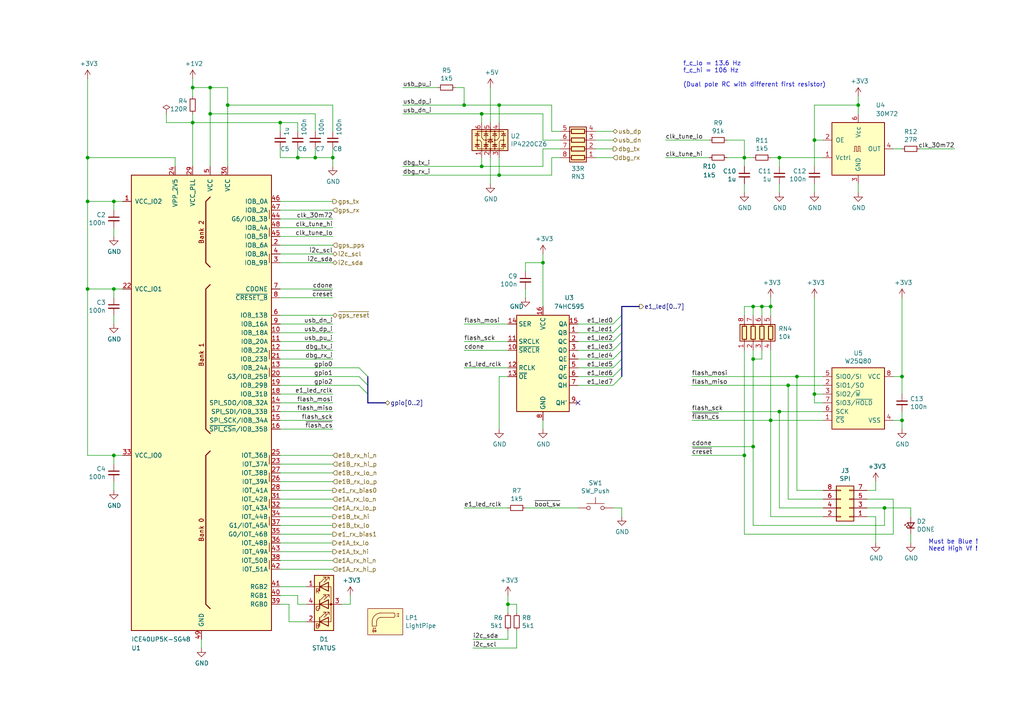
<source format=kicad_sch>
(kicad_sch (version 20211123) (generator eeschema)
  (paper "A4")
  (title_block (title "icE1usb - FPGA and related digital") (date "2022-09-05") (rev "1.1") (comment 1 "CERN-OHL-S") (comment 2 "(C) 2020-2022 Sylvain Munaut"))
  (lib_symbols
    (symbol "74xx:74HC595"
      (property "Reference" "U" (at -7.62 13.97 0))
      (property "Value" "74HC595" (at -7.62 -16.51 0))
      (symbol "74HC595_1_0"
        (pin tri_state line (at 10.16 7.62 180) (length 2.54) (name "QB") (number "1"))
        (pin input line (at -10.16 2.54 0) (length 2.54) (name "~{SRCLR}") (number "10"))
        (pin input line (at -10.16 5.08 0) (length 2.54) (name "SRCLK") (number "11"))
        (pin input line (at -10.16 -2.54 0) (length 2.54) (name "RCLK") (number "12"))
        (pin input line (at -10.16 -5.08 0) (length 2.54) (name "~{OE}") (number "13"))
        (pin input line (at -10.16 10.16 0) (length 2.54) (name "SER") (number "14"))
        (pin tri_state line (at 10.16 10.16 180) (length 2.54) (name "QA") (number "15"))
        (pin power_in line (at 0 15.24 270) (length 2.54) (name "VCC") (number "16"))
        (pin tri_state line (at 10.16 5.08 180) (length 2.54) (name "QC") (number "2"))
        (pin tri_state line (at 10.16 2.54 180) (length 2.54) (name "QD") (number "3"))
        (pin tri_state line (at 10.16 0 180) (length 2.54) (name "QE") (number "4"))
        (pin tri_state line (at 10.16 -2.54 180) (length 2.54) (name "QF") (number "5"))
        (pin tri_state line (at 10.16 -5.08 180) (length 2.54) (name "QG") (number "6"))
        (pin tri_state line (at 10.16 -7.62 180) (length 2.54) (name "QH") (number "7"))
        (pin power_in line (at 0 -17.78 90) (length 2.54) (name "GND") (number "8"))
        (pin output line (at 10.16 -12.7 180) (length 2.54) (name "QH'") (number "9"))
      )
    )
    (symbol "Connector_Generic:Conn_02x04_Odd_Even" (pin_names (offset 1.016) hide)
      (property "Reference" "J" (at 1.27 5.08 0))
      (property "Value" "Conn_02x04_Odd_Even" (at 1.27 -7.62 0))
      (symbol "Conn_02x04_Odd_Even_1_1"
        (pin passive line (at -5.08 2.54 0) (length 3.81) (name "Pin_1") (number "1"))
        (pin passive line (at 7.62 2.54 180) (length 3.81) (name "Pin_2") (number "2"))
        (pin passive line (at -5.08 0 0) (length 3.81) (name "Pin_3") (number "3"))
        (pin passive line (at 7.62 0 180) (length 3.81) (name "Pin_4") (number "4"))
        (pin passive line (at -5.08 -2.54 0) (length 3.81) (name "Pin_5") (number "5"))
        (pin passive line (at 7.62 -2.54 180) (length 3.81) (name "Pin_6") (number "6"))
        (pin passive line (at -5.08 -5.08 0) (length 3.81) (name "Pin_7") (number "7"))
        (pin passive line (at 7.62 -5.08 180) (length 3.81) (name "Pin_8") (number "8"))
      )
    )
    (symbol "Device:C_Small" (pin_numbers hide) (pin_names (offset 0.254) hide)
      (property "Reference" "C" (at 0.254 1.778 0))
      (property "Value" "C_Small" (at 0.254 -2.032 0))
      (symbol "C_Small_1_1"
        (pin passive line (at 0 2.54 270) (length 2.032) (name "~") (number "1"))
        (pin passive line (at 0 -2.54 90) (length 2.032) (name "~") (number "2"))
      )
    )
    (symbol "Device:LED_Small" (pin_numbers hide) (pin_names (offset 0.254) hide)
      (property "Reference" "D" (at -1.27 3.175 0))
      (property "Value" "LED_Small" (at -4.445 -2.54 0))
      (symbol "LED_Small_1_1"
        (pin passive line (at -2.54 0 0) (length 1.778) (name "K") (number "1"))
        (pin passive line (at 2.54 0 180) (length 1.778) (name "A") (number "2"))
      )
    )
    (symbol "Device:R_Pack04" (pin_names (offset 0) hide)
      (property "Reference" "RN" (at -7.62 0 90))
      (property "Value" "R_Pack04" (at 5.08 0 90))
      (symbol "R_Pack04_1_1"
        (pin passive line (at -5.08 -5.08 90) (length 2.54) (name "R1.1") (number "1"))
        (pin passive line (at -2.54 -5.08 90) (length 2.54) (name "R2.1") (number "2"))
        (pin passive line (at 0 -5.08 90) (length 2.54) (name "R3.1") (number "3"))
        (pin passive line (at 2.54 -5.08 90) (length 2.54) (name "R4.1") (number "4"))
        (pin passive line (at 2.54 5.08 270) (length 2.54) (name "R4.2") (number "5"))
        (pin passive line (at 0 5.08 270) (length 2.54) (name "R3.2") (number "6"))
        (pin passive line (at -2.54 5.08 270) (length 2.54) (name "R2.2") (number "7"))
        (pin passive line (at -5.08 5.08 270) (length 2.54) (name "R1.2") (number "8"))
      )
    )
    (symbol "Device:R_Small" (pin_numbers hide) (pin_names (offset 0.254) hide)
      (property "Reference" "R" (at 0.762 0.508 0))
      (property "Value" "R_Small" (at 0.762 -1.016 0))
      (symbol "R_Small_1_1"
        (pin passive line (at 0 2.54 270) (length 0.762) (name "~") (number "1"))
        (pin passive line (at 0 -2.54 90) (length 0.762) (name "~") (number "2"))
      )
    )
    (symbol "Switch:SW_Push" (pin_numbers hide) (pin_names (offset 1.016) hide)
      (property "Reference" "SW" (at 1.27 2.54 0))
      (property "Value" "SW_Push" (at 0 -1.524 0))
      (symbol "SW_Push_0_1"
        (pin passive line (at -5.08 0 0) (length 2.54) (name "1") (number "1"))
        (pin passive line (at 5.08 0 180) (length 2.54) (name "2") (number "2"))
      )
    )
    (symbol "power:+1V2" (power) (pin_names (offset 0))
      (property "Value" "+1V2" (at 0 3.556 0))
      (symbol "+1V2_1_1"
        (pin power_in line (at 0 0 90) (length 0) hide (name "+1V2") (number "1"))
      )
    )
    (symbol "power:+3V3" (power) (pin_names (offset 0))
      (property "Value" "+3V3" (at 0 3.556 0))
      (symbol "+3V3_1_1"
        (pin power_in line (at 0 0 90) (length 0) hide (name "+3V3") (number "1"))
      )
    )
    (symbol "power:+5V" (power) (pin_names (offset 0))
      (property "Value" "+5V" (at 0 3.556 0))
      (symbol "+5V_1_1"
        (pin power_in line (at 0 0 90) (length 0) hide (name "+5V") (number "1"))
      )
    )
    (symbol "power:GND" (power) (pin_names (offset 0))
      (property "Value" "GND" (at 0 -3.81 0))
      (symbol "GND_1_1"
        (pin power_in line (at 0 0 270) (length 0) hide (name "GND") (number "1"))
      )
    )
    (symbol "power:PWR_FLAG" (power) (pin_numbers hide) (pin_names (offset 0) hide)
      (property "Value" "PWR_FLAG" (at 0 3.81 0))
      (symbol "PWR_FLAG_0_0"
        (pin power_out line (at 0 0 90) (length 0) (name "pwr") (number "1"))
      )
    )
    (symbol "s47-chips:ICE40UP5K-SG48" (pin_names (offset 1.016))
      (property "Reference" "U" (at -27.94 71.12 0))
      (property "Value" "s47-chips_ICE40UP5K-SG48" (at -27.94 68.58 0))
      (symbol "ICE40UP5K-SG48_0_0"
        (text "Bank 0" (at 0 -36.83 900) (effects (font (size 1.27 1.27))))
        (text "Bank 0" (at 0 -36.83 900) (effects (font (size 1.27 1.27))))
        (text "Bank 1" (at 0 13.97 900) (effects (font (size 1.27 1.27))))
        (text "Bank 1" (at 0 13.97 900) (effects (font (size 1.27 1.27))))
        (text "Bank 2" (at 0 49.53 900) (effects (font (size 1.27 1.27))))
        (text "Bank 2" (at 0 49.53 900) (effects (font (size 1.27 1.27))))
      )
      (symbol "ICE40UP5K-SG48_1_1"
        (pin power_in line (at -22.86 58.42 0) (length 2.54) (name "VCC_IO2") (number "1"))
        (pin bidirectional line (at 22.86 20.32 180) (length 2.54) (name "IOB_18A") (number "10"))
        (pin bidirectional line (at 22.86 17.78 180) (length 2.54) (name "IOB_20A") (number "11"))
        (pin bidirectional line (at 22.86 15.24 180) (length 2.54) (name "IOB_22A") (number "12"))
        (pin bidirectional line (at 22.86 10.16 180) (length 2.54) (name "IOB_24A") (number "13"))
        (pin bidirectional line (at 22.86 0 180) (length 2.54) (name "SPI_SDO/IOB_32A") (number "14"))
        (pin bidirectional line (at 22.86 -5.08 180) (length 2.54) (name "SPI_SCK/IOB_34A") (number "15"))
        (pin bidirectional line (at 22.86 -7.62 180) (length 2.54) (name "~{SPI_CSn}/IOB_35B") (number "16"))
        (pin bidirectional line (at 22.86 -2.54 180) (length 2.54) (name "SPI_SDI/IOB_33B") (number "17"))
        (pin bidirectional line (at 22.86 2.54 180) (length 2.54) (name "IOB_31B") (number "18"))
        (pin bidirectional line (at 22.86 5.08 180) (length 2.54) (name "IOB_29B") (number "19"))
        (pin bidirectional line (at 22.86 45.72 180) (length 2.54) (name "IOB_6A") (number "2"))
        (pin bidirectional line (at 22.86 7.62 180) (length 2.54) (name "G3/IOB_25B") (number "20"))
        (pin bidirectional line (at 22.86 12.7 180) (length 2.54) (name "IOB_23B") (number "21"))
        (pin power_in line (at -22.86 33.02 0) (length 2.54) (name "VCC_IO1") (number "22"))
        (pin bidirectional line (at 22.86 -17.78 180) (length 2.54) (name "IOT_37A") (number "23"))
        (pin power_in line (at -7.62 68.58 270) (length 2.54) (name "VPP_2V5") (number "24"))
        (pin bidirectional line (at 22.86 -15.24 180) (length 2.54) (name "IOT_36B") (number "25"))
        (pin bidirectional line (at 22.86 -22.86 180) (length 2.54) (name "IOT_39A") (number "26"))
        (pin bidirectional line (at 22.86 -20.32 180) (length 2.54) (name "IOT_38B") (number "27"))
        (pin bidirectional line (at 22.86 -25.4 180) (length 2.54) (name "IOT_41A") (number "28"))
        (pin power_in line (at -2.54 68.58 270) (length 2.54) (name "VCC_PLL") (number "29"))
        (pin bidirectional line (at 22.86 40.64 180) (length 2.54) (name "IOB_9B") (number "3"))
        (pin power_in line (at 7.62 68.58 270) (length 2.54) (name "VCC") (number "30"))
        (pin bidirectional line (at 22.86 -27.94 180) (length 2.54) (name "IOT_42B") (number "31"))
        (pin bidirectional line (at 22.86 -30.48 180) (length 2.54) (name "IOT_43A") (number "32"))
        (pin power_in line (at -22.86 -15.24 0) (length 2.54) (name "VCC_IO0") (number "33"))
        (pin bidirectional line (at 22.86 -33.02 180) (length 2.54) (name "IOT_44B") (number "34"))
        (pin bidirectional line (at 22.86 -38.1 180) (length 2.54) (name "G0/IOT_46B") (number "35"))
        (pin bidirectional line (at 22.86 -40.64 180) (length 2.54) (name "IOT_48B") (number "36"))
        (pin bidirectional line (at 22.86 -35.56 180) (length 2.54) (name "G1/IOT_45A") (number "37"))
        (pin bidirectional line (at 22.86 -45.72 180) (length 2.54) (name "IOT_50B") (number "38"))
        (pin open_collector line (at 22.86 -58.42 180) (length 2.54) (name "RGB0") (number "39"))
        (pin bidirectional line (at 22.86 43.18 180) (length 2.54) (name "IOB_8A") (number "4"))
        (pin open_collector line (at 22.86 -55.88 180) (length 2.54) (name "RGB1") (number "40"))
        (pin open_collector line (at 22.86 -53.34 180) (length 2.54) (name "RGB2") (number "41"))
        (pin bidirectional line (at 22.86 -48.26 180) (length 2.54) (name "IOT_51A") (number "42"))
        (pin bidirectional line (at 22.86 -43.18 180) (length 2.54) (name "IOT_49A") (number "43"))
        (pin bidirectional line (at 22.86 53.34 180) (length 2.54) (name "G6/IOB_3B") (number "44"))
        (pin bidirectional line (at 22.86 48.26 180) (length 2.54) (name "IOB_5B") (number "45"))
        (pin bidirectional line (at 22.86 58.42 180) (length 2.54) (name "IOB_0A") (number "46"))
        (pin bidirectional line (at 22.86 55.88 180) (length 2.54) (name "IOB_2A") (number "47"))
        (pin bidirectional line (at 22.86 50.8 180) (length 2.54) (name "IOB_4A") (number "48"))
        (pin power_in line (at 0 -68.58 90) (length 2.54) (name "GND") (number "49"))
        (pin power_in line (at 2.54 68.58 270) (length 2.54) (name "VCC") (number "5"))
        (pin bidirectional line (at 22.86 25.4 180) (length 2.54) (name "IOB_13B") (number "6"))
        (pin open_collector line (at 22.86 33.02 180) (length 2.54) (name "CDONE") (number "7"))
        (pin input line (at 22.86 30.48 180) (length 2.54) (name "~{CRESET_B}") (number "8"))
        (pin bidirectional line (at 22.86 22.86 180) (length 2.54) (name "IOB_16A") (number "9"))
      )
    )
    (symbol "s47-chips:IP4220CZ6"
      (property "Reference" "U" (at -6.985 -2.54 0))
      (property "Value" "s47-chips_IP4220CZ6" (at 6.35 1.27 90))
      (symbol "IP4220CZ6_1_1"
        (pin passive line (at -2.54 -5.08 90) (length 2.54) (name "~") (number "1"))
        (pin passive line (at 0 -5.08 90) (length 2.54) (name "~") (number "2"))
        (pin passive line (at 2.54 -5.08 90) (length 2.54) (name "~") (number "3"))
        (pin passive line (at 2.54 5.08 270) (length 2.54) (name "~") (number "4"))
        (pin passive line (at 0 5.08 270) (length 2.54) (name "~") (number "5"))
        (pin passive line (at -2.54 5.08 270) (length 2.54) (name "~") (number "6"))
      )
    )
    (symbol "s47-chips:SPI_FLASH_8P" (pin_names (offset 1.016))
      (property "Reference" "U" (at -7.62 11.43 0))
      (property "Value" "s47-chips_SPI_FLASH_8P" (at -7.62 8.89 0))
      (symbol "SPI_FLASH_8P_1_1"
        (pin input line (at -10.16 -7.62 0) (length 2.54) (name "~{CS}") (number "1"))
        (pin bidirectional line (at -10.16 2.54 0) (length 2.54) (name "SIO1/SO") (number "2"))
        (pin bidirectional line (at -10.16 0 0) (length 2.54) (name "SIO2/~{W}") (number "3"))
        (pin power_in line (at 10.16 -7.62 180) (length 2.54) (name "VSS") (number "4"))
        (pin bidirectional line (at -10.16 5.08 0) (length 2.54) (name "SIO0/SI") (number "5"))
        (pin input line (at -10.16 -5.08 0) (length 2.54) (name "SCK") (number "6"))
        (pin bidirectional line (at -10.16 -2.54 0) (length 2.54) (name "SIO3/~{HOLD}") (number "7"))
        (pin power_in line (at 10.16 5.08 180) (length 2.54) (name "VCC") (number "8"))
      )
    )
    (symbol "s47-device:LED_RBAG" (pin_names (offset 0) hide)
      (property "Reference" "D" (at 0 9.398 0))
      (property "Value" "s47-device_LED_RBAG" (at 0 -8.89 0))
      (symbol "LED_RBAG_0_0"
        (text "B" (at -1.905 -6.35 0) (effects (font (size 1.27 1.27))))
        (text "G" (at -1.905 -1.27 0) (effects (font (size 1.27 1.27))))
        (text "R" (at -1.905 3.81 0) (effects (font (size 1.27 1.27))))
      )
      (symbol "LED_RBAG_1_1"
        (pin passive line (at -5.08 5.08 0) (length 2.54) (name "RK") (number "1"))
        (pin passive line (at -5.08 -5.08 0) (length 2.54) (name "BK") (number "2"))
        (pin passive line (at 5.08 0 180) (length 2.54) (name "A") (number "3"))
        (pin passive line (at -5.08 0 0) (length 2.54) (name "GK") (number "4"))
      )
    )
    (symbol "s47-device:VCXO_6_TUNE_OE" (pin_names (offset 1.016))
      (property "Reference" "U" (at 1.27 11.43 0))
      (property "Value" "s47-device_VCXO_6_TUNE_OE" (at 1.27 8.89 0))
      (symbol "VCXO_6_TUNE_OE_1_1"
        (pin input line (at -10.16 -2.54 0) (length 2.54) (name "Vctrl") (number "1"))
        (pin input line (at -10.16 2.54 0) (length 2.54) (name "OE") (number "2"))
        (pin power_in line (at 0 -10.16 90) (length 2.54) (name "GND") (number "3"))
        (pin output line (at 10.16 0 180) (length 2.54) (name "OUT") (number "4"))
        (pin power_in line (at 0 10.16 270) (length 2.54) (name "Vcc") (number "6"))
      )
    )
    (symbol "s47-misc:LightPipe" (pin_names (offset 1.016))
      (property "Reference" "LP" (at 0 5.08 0))
      (property "Value" "s47-misc_LightPipe" (at 0 -5.08 0))
    )
  )
  (junction (at 96.52 45.72))
  (junction (at 25.4 58.42))
  (junction (at 236.22 40.64))
  (junction (at 33.02 83.82))
  (junction (at 231.14 109.22))
  (junction (at 66.04 30.48))
  (junction (at 86.36 45.72))
  (junction (at 218.44 129.54))
  (junction (at 226.06 45.72))
  (junction (at 218.44 88.9))
  (junction (at 55.88 25.4))
  (junction (at 256.54 147.32))
  (junction (at 144.78 30.48))
  (junction (at 228.6 111.76))
  (junction (at 25.4 83.82))
  (junction (at 25.4 45.72))
  (junction (at 157.48 76.2))
  (junction (at 261.62 121.92))
  (junction (at 55.88 35.56))
  (junction (at 223.52 88.9))
  (junction (at 134.62 30.48))
  (junction (at 60.96 33.02))
  (junction (at 147.32 175.26))
  (junction (at 81.28 35.56))
  (junction (at 236.22 114.3))
  (junction (at 33.02 132.08))
  (junction (at 33.02 58.42))
  (junction (at 220.98 88.9))
  (junction (at 261.62 109.22))
  (junction (at 139.7 33.02))
  (junction (at 218.44 104.14))
  (junction (at 226.06 119.38))
  (junction (at 144.78 50.8))
  (junction (at 91.44 45.72))
  (junction (at 60.96 25.4))
  (junction (at 139.7 48.26))
  (junction (at 223.52 121.92))
  (junction (at 215.9 132.08))
  (junction (at 215.9 45.72))
  (junction (at 248.92 30.48))
  (no_connect (at 167.64 116.84))
  (bus_entry (at 177.8 96.52) (size 2.54 -2.54))
  (bus_entry (at 104.14 106.68) (size 2.54 2.54))
  (bus_entry (at 177.8 93.98) (size 2.54 -2.54))
  (bus_entry (at 177.8 106.68) (size 2.54 -2.54))
  (bus_entry (at 177.8 109.22) (size 2.54 -2.54))
  (bus_entry (at 104.14 109.22) (size 2.54 2.54))
  (bus_entry (at 177.8 104.14) (size 2.54 -2.54))
  (bus_entry (at 177.8 99.06) (size 2.54 -2.54))
  (bus_entry (at 104.14 111.76) (size 2.54 2.54))
  (bus_entry (at 177.8 101.6) (size 2.54 -2.54))
  (bus_entry (at 177.8 111.76) (size 2.54 -2.54))
  (wire (pts (xy 96.52 139.7) (xy 81.28 139.7)))
  (wire (pts (xy 220.98 88.9) (xy 223.52 88.9)))
  (wire (pts (xy 81.28 160.02) (xy 96.52 160.02)))
  (bus (pts (xy 180.34 101.6) (xy 180.34 104.14)))
  (wire (pts (xy 81.28 111.76) (xy 104.14 111.76)))
  (wire (pts (xy 55.88 22.86) (xy 55.88 25.4)))
  (wire (pts (xy 66.04 30.48) (xy 66.04 48.26)))
  (wire (pts (xy 81.28 106.68) (xy 104.14 106.68)))
  (wire (pts (xy 137.16 185.42) (xy 147.32 185.42)))
  (wire (pts (xy 58.42 187.96) (xy 58.42 185.42)))
  (wire (pts (xy 48.26 33.02) (xy 48.26 35.56)))
  (wire (pts (xy 25.4 83.82) (xy 33.02 83.82)))
  (wire (pts (xy 215.9 45.72) (xy 215.9 48.26)))
  (wire (pts (xy 215.9 53.34) (xy 215.9 55.88)))
  (wire (pts (xy 81.28 152.4) (xy 96.52 152.4)))
  (wire (pts (xy 180.34 147.32) (xy 180.34 149.86)))
  (wire (pts (xy 96.52 45.72) (xy 96.52 48.26)))
  (bus (pts (xy 180.34 88.9) (xy 180.34 91.44)))
  (wire (pts (xy 205.74 40.64) (xy 193.04 40.64)))
  (bus (pts (xy 180.34 104.14) (xy 180.34 106.68)))
  (wire (pts (xy 220.98 101.6) (xy 220.98 104.14)))
  (wire (pts (xy 248.92 53.34) (xy 248.92 55.88)))
  (wire (pts (xy 226.06 53.34) (xy 226.06 55.88)))
  (wire (pts (xy 81.28 116.84) (xy 96.52 116.84)))
  (wire (pts (xy 251.46 149.86) (xy 254 149.86)))
  (bus (pts (xy 180.34 96.52) (xy 180.34 99.06)))
  (wire (pts (xy 139.7 35.56) (xy 139.7 33.02)))
  (wire (pts (xy 238.76 121.92) (xy 223.52 121.92)))
  (wire (pts (xy 33.02 91.44) (xy 33.02 93.98)))
  (wire (pts (xy 215.9 154.94) (xy 259.08 154.94)))
  (wire (pts (xy 167.64 99.06) (xy 177.8 99.06)))
  (wire (pts (xy 25.4 58.42) (xy 25.4 83.82)))
  (wire (pts (xy 248.92 30.48) (xy 248.92 33.02)))
  (wire (pts (xy 226.06 147.32) (xy 226.06 119.38)))
  (wire (pts (xy 264.16 154.94) (xy 264.16 157.48)))
  (wire (pts (xy 261.62 109.22) (xy 261.62 114.3)))
  (wire (pts (xy 81.28 149.86) (xy 96.52 149.86)))
  (wire (pts (xy 25.4 83.82) (xy 25.4 132.08)))
  (wire (pts (xy 167.64 106.68) (xy 177.8 106.68)))
  (wire (pts (xy 132.08 25.4) (xy 134.62 25.4)))
  (wire (pts (xy 81.28 134.62) (xy 96.52 134.62)))
  (wire (pts (xy 35.56 58.42) (xy 33.02 58.42)))
  (bus (pts (xy 106.68 116.84) (xy 111.76 116.84)))
  (wire (pts (xy 91.44 38.1) (xy 91.44 33.02)))
  (wire (pts (xy 86.36 43.18) (xy 86.36 45.72)))
  (wire (pts (xy 218.44 129.54) (xy 218.44 152.4)))
  (wire (pts (xy 248.92 27.94) (xy 248.92 30.48)))
  (wire (pts (xy 172.72 45.72) (xy 177.8 45.72)))
  (wire (pts (xy 83.82 175.26) (xy 83.82 180.34)))
  (wire (pts (xy 160.02 30.48) (xy 144.78 30.48)))
  (wire (pts (xy 81.28 114.3) (xy 96.52 114.3)))
  (wire (pts (xy 144.78 109.22) (xy 147.32 109.22)))
  (wire (pts (xy 81.28 76.2) (xy 96.52 76.2)))
  (wire (pts (xy 81.28 119.38) (xy 96.52 119.38)))
  (wire (pts (xy 200.66 129.54) (xy 218.44 129.54)))
  (wire (pts (xy 96.52 144.78) (xy 81.28 144.78)))
  (wire (pts (xy 228.6 144.78) (xy 228.6 111.76)))
  (wire (pts (xy 116.84 30.48) (xy 134.62 30.48)))
  (wire (pts (xy 35.56 83.82) (xy 33.02 83.82)))
  (wire (pts (xy 55.88 25.4) (xy 55.88 27.94)))
  (wire (pts (xy 231.14 142.24) (xy 231.14 109.22)))
  (wire (pts (xy 81.28 58.42) (xy 96.52 58.42)))
  (wire (pts (xy 81.28 91.44) (xy 96.52 91.44)))
  (wire (pts (xy 81.28 121.92) (xy 96.52 121.92)))
  (wire (pts (xy 86.36 175.26) (xy 88.9 175.26)))
  (wire (pts (xy 256.54 147.32) (xy 251.46 147.32)))
  (wire (pts (xy 96.52 63.5) (xy 81.28 63.5)))
  (wire (pts (xy 81.28 45.72) (xy 86.36 45.72)))
  (wire (pts (xy 81.28 86.36) (xy 96.52 86.36)))
  (wire (pts (xy 215.9 91.44) (xy 215.9 88.9)))
  (wire (pts (xy 81.28 66.04) (xy 96.52 66.04)))
  (wire (pts (xy 218.44 45.72) (xy 215.9 45.72)))
  (wire (pts (xy 238.76 40.64) (xy 236.22 40.64)))
  (wire (pts (xy 96.52 38.1) (xy 96.52 30.48)))
  (wire (pts (xy 147.32 172.72) (xy 147.32 175.26)))
  (wire (pts (xy 81.28 73.66) (xy 96.52 73.66)))
  (wire (pts (xy 259.08 154.94) (xy 259.08 144.78)))
  (wire (pts (xy 160.02 50.8) (xy 144.78 50.8)))
  (wire (pts (xy 25.4 45.72) (xy 25.4 58.42)))
  (wire (pts (xy 144.78 124.46) (xy 144.78 109.22)))
  (bus (pts (xy 180.34 99.06) (xy 180.34 101.6)))
  (wire (pts (xy 264.16 149.86) (xy 264.16 147.32)))
  (wire (pts (xy 101.6 172.72) (xy 101.6 175.26)))
  (wire (pts (xy 218.44 104.14) (xy 218.44 129.54)))
  (wire (pts (xy 259.08 109.22) (xy 261.62 109.22)))
  (wire (pts (xy 116.84 50.8) (xy 144.78 50.8)))
  (wire (pts (xy 96.52 137.16) (xy 81.28 137.16)))
  (wire (pts (xy 81.28 157.48) (xy 96.52 157.48)))
  (wire (pts (xy 50.8 48.26) (xy 50.8 45.72)))
  (wire (pts (xy 238.76 119.38) (xy 226.06 119.38)))
  (wire (pts (xy 236.22 30.48) (xy 236.22 40.64)))
  (wire (pts (xy 83.82 180.34) (xy 88.9 180.34)))
  (wire (pts (xy 33.02 139.7) (xy 33.02 142.24)))
  (wire (pts (xy 215.9 45.72) (xy 210.82 45.72)))
  (wire (pts (xy 167.64 109.22) (xy 177.8 109.22)))
  (wire (pts (xy 33.02 58.42) (xy 25.4 58.42)))
  (wire (pts (xy 81.28 83.82) (xy 96.52 83.82)))
  (wire (pts (xy 139.7 33.02) (xy 157.48 33.02)))
  (wire (pts (xy 55.88 25.4) (xy 60.96 25.4)))
  (wire (pts (xy 144.78 45.72) (xy 144.78 50.8)))
  (wire (pts (xy 25.4 22.86) (xy 25.4 45.72)))
  (wire (pts (xy 162.56 45.72) (xy 160.02 45.72)))
  (wire (pts (xy 218.44 101.6) (xy 218.44 104.14)))
  (wire (pts (xy 91.44 43.18) (xy 91.44 45.72)))
  (wire (pts (xy 215.9 132.08) (xy 215.9 154.94)))
  (wire (pts (xy 238.76 111.76) (xy 228.6 111.76)))
  (wire (pts (xy 157.48 76.2) (xy 157.48 88.9)))
  (wire (pts (xy 81.28 175.26) (xy 83.82 175.26)))
  (bus (pts (xy 106.68 111.76) (xy 106.68 114.3)))
  (wire (pts (xy 139.7 45.72) (xy 139.7 48.26)))
  (wire (pts (xy 55.88 33.02) (xy 55.88 35.56)))
  (wire (pts (xy 236.22 116.84) (xy 238.76 116.84)))
  (wire (pts (xy 157.48 48.26) (xy 157.48 43.18)))
  (wire (pts (xy 223.52 121.92) (xy 200.66 121.92)))
  (wire (pts (xy 81.28 35.56) (xy 81.28 38.1)))
  (wire (pts (xy 81.28 68.58) (xy 96.52 68.58)))
  (wire (pts (xy 157.48 33.02) (xy 157.48 40.64)))
  (wire (pts (xy 66.04 25.4) (xy 66.04 30.48)))
  (wire (pts (xy 147.32 147.32) (xy 134.62 147.32)))
  (wire (pts (xy 238.76 147.32) (xy 226.06 147.32)))
  (wire (pts (xy 177.8 43.18) (xy 172.72 43.18)))
  (wire (pts (xy 147.32 93.98) (xy 134.62 93.98)))
  (wire (pts (xy 226.06 45.72) (xy 226.06 48.26)))
  (wire (pts (xy 256.54 152.4) (xy 256.54 147.32)))
  (bus (pts (xy 180.34 88.9) (xy 185.42 88.9)))
  (wire (pts (xy 276.86 43.18) (xy 266.7 43.18)))
  (wire (pts (xy 238.76 45.72) (xy 226.06 45.72)))
  (wire (pts (xy 160.02 45.72) (xy 160.02 50.8)))
  (wire (pts (xy 264.16 147.32) (xy 256.54 147.32)))
  (wire (pts (xy 215.9 88.9) (xy 218.44 88.9)))
  (wire (pts (xy 167.64 93.98) (xy 177.8 93.98)))
  (wire (pts (xy 81.28 93.98) (xy 96.52 93.98)))
  (wire (pts (xy 228.6 111.76) (xy 200.66 111.76)))
  (wire (pts (xy 86.36 172.72) (xy 86.36 175.26)))
  (wire (pts (xy 157.48 40.64) (xy 162.56 40.64)))
  (wire (pts (xy 226.06 45.72) (xy 223.52 45.72)))
  (wire (pts (xy 96.52 162.56) (xy 81.28 162.56)))
  (wire (pts (xy 236.22 114.3) (xy 236.22 116.84)))
  (wire (pts (xy 81.28 170.18) (xy 88.9 170.18)))
  (wire (pts (xy 220.98 104.14) (xy 218.44 104.14)))
  (wire (pts (xy 60.96 25.4) (xy 60.96 33.02)))
  (wire (pts (xy 127 25.4) (xy 116.84 25.4)))
  (wire (pts (xy 236.22 86.36) (xy 236.22 114.3)))
  (wire (pts (xy 147.32 185.42) (xy 147.32 182.88)))
  (bus (pts (xy 106.68 109.22) (xy 106.68 111.76)))
  (wire (pts (xy 248.92 30.48) (xy 236.22 30.48)))
  (wire (pts (xy 215.9 40.64) (xy 215.9 45.72)))
  (wire (pts (xy 142.24 45.72) (xy 142.24 53.34)))
  (wire (pts (xy 259.08 121.92) (xy 261.62 121.92)))
  (wire (pts (xy 149.86 187.96) (xy 149.86 182.88)))
  (wire (pts (xy 147.32 175.26) (xy 149.86 175.26)))
  (bus (pts (xy 180.34 106.68) (xy 180.34 109.22)))
  (bus (pts (xy 180.34 93.98) (xy 180.34 96.52)))
  (wire (pts (xy 81.28 154.94) (xy 96.52 154.94)))
  (wire (pts (xy 81.28 96.52) (xy 96.52 96.52)))
  (wire (pts (xy 33.02 58.42) (xy 33.02 60.96)))
  (wire (pts (xy 137.16 187.96) (xy 149.86 187.96)))
  (wire (pts (xy 86.36 45.72) (xy 91.44 45.72)))
  (wire (pts (xy 116.84 48.26) (xy 139.7 48.26)))
  (wire (pts (xy 215.9 101.6) (xy 215.9 132.08)))
  (wire (pts (xy 147.32 99.06) (xy 134.62 99.06)))
  (wire (pts (xy 147.32 106.68) (xy 134.62 106.68)))
  (wire (pts (xy 238.76 114.3) (xy 236.22 114.3)))
  (wire (pts (xy 259.08 144.78) (xy 251.46 144.78)))
  (wire (pts (xy 35.56 132.08) (xy 33.02 132.08)))
  (bus (pts (xy 180.34 91.44) (xy 180.34 93.98)))
  (wire (pts (xy 193.04 45.72) (xy 205.74 45.72)))
  (wire (pts (xy 81.28 104.14) (xy 96.52 104.14)))
  (wire (pts (xy 261.62 121.92) (xy 261.62 124.46)))
  (wire (pts (xy 81.28 35.56) (xy 55.88 35.56)))
  (wire (pts (xy 116.84 33.02) (xy 139.7 33.02)))
  (wire (pts (xy 167.64 104.14) (xy 177.8 104.14)))
  (wire (pts (xy 167.64 96.52) (xy 177.8 96.52)))
  (wire (pts (xy 223.52 101.6) (xy 223.52 121.92)))
  (wire (pts (xy 81.28 101.6) (xy 96.52 101.6)))
  (wire (pts (xy 254 149.86) (xy 254 157.48)))
  (wire (pts (xy 139.7 48.26) (xy 157.48 48.26)))
  (wire (pts (xy 134.62 25.4) (xy 134.62 30.48)))
  (wire (pts (xy 149.86 175.26) (xy 149.86 177.8)))
  (wire (pts (xy 238.76 149.86) (xy 223.52 149.86)))
  (wire (pts (xy 167.64 101.6) (xy 177.8 101.6)))
  (wire (pts (xy 261.62 43.18) (xy 259.08 43.18)))
  (wire (pts (xy 231.14 109.22) (xy 200.66 109.22)))
  (wire (pts (xy 50.8 45.72) (xy 25.4 45.72)))
  (wire (pts (xy 81.28 60.96) (xy 96.52 60.96)))
  (wire (pts (xy 81.28 71.12) (xy 96.52 71.12)))
  (wire (pts (xy 96.52 132.08) (xy 81.28 132.08)))
  (wire (pts (xy 142.24 25.4) (xy 142.24 35.56)))
  (wire (pts (xy 91.44 45.72) (xy 96.52 45.72)))
  (wire (pts (xy 81.28 124.46) (xy 96.52 124.46)))
  (wire (pts (xy 33.02 132.08) (xy 33.02 134.62)))
  (wire (pts (xy 134.62 30.48) (xy 144.78 30.48)))
  (wire (pts (xy 81.28 142.24) (xy 96.52 142.24)))
  (wire (pts (xy 33.02 66.04) (xy 33.02 68.58)))
  (wire (pts (xy 226.06 119.38) (xy 200.66 119.38)))
  (wire (pts (xy 218.44 152.4) (xy 256.54 152.4)))
  (wire (pts (xy 223.52 86.36) (xy 223.52 88.9)))
  (wire (pts (xy 177.8 147.32) (xy 180.34 147.32)))
  (wire (pts (xy 60.96 25.4) (xy 66.04 25.4)))
  (wire (pts (xy 210.82 40.64) (xy 215.9 40.64)))
  (wire (pts (xy 261.62 121.92) (xy 261.62 119.38)))
  (wire (pts (xy 238.76 142.24) (xy 231.14 142.24)))
  (wire (pts (xy 96.52 30.48) (xy 66.04 30.48)))
  (wire (pts (xy 147.32 175.26) (xy 147.32 177.8)))
  (wire (pts (xy 167.64 111.76) (xy 177.8 111.76)))
  (wire (pts (xy 238.76 109.22) (xy 231.14 109.22)))
  (wire (pts (xy 81.28 109.22) (xy 104.14 109.22)))
  (wire (pts (xy 86.36 35.56) (xy 81.28 35.56)))
  (wire (pts (xy 236.22 40.64) (xy 236.22 48.26)))
  (wire (pts (xy 152.4 83.82) (xy 152.4 86.36)))
  (wire (pts (xy 218.44 88.9) (xy 220.98 88.9)))
  (wire (pts (xy 152.4 78.74) (xy 152.4 76.2)))
  (wire (pts (xy 96.52 43.18) (xy 96.52 45.72)))
  (wire (pts (xy 48.26 35.56) (xy 55.88 35.56)))
  (wire (pts (xy 261.62 86.36) (xy 261.62 109.22)))
  (wire (pts (xy 25.4 132.08) (xy 33.02 132.08)))
  (wire (pts (xy 33.02 83.82) (xy 33.02 86.36)))
  (wire (pts (xy 238.76 144.78) (xy 228.6 144.78)))
  (wire (pts (xy 157.48 121.92) (xy 157.48 124.46)))
  (wire (pts (xy 81.28 172.72) (xy 86.36 172.72)))
  (wire (pts (xy 157.48 73.66) (xy 157.48 76.2)))
  (wire (pts (xy 55.88 35.56) (xy 55.88 48.26)))
  (wire (pts (xy 160.02 38.1) (xy 160.02 30.48)))
  (wire (pts (xy 81.28 43.18) (xy 81.28 45.72)))
  (wire (pts (xy 152.4 147.32) (xy 167.64 147.32)))
  (wire (pts (xy 157.48 43.18) (xy 162.56 43.18)))
  (wire (pts (xy 218.44 88.9) (xy 218.44 91.44)))
  (wire (pts (xy 96.52 147.32) (xy 81.28 147.32)))
  (wire (pts (xy 177.8 38.1) (xy 172.72 38.1)))
  (wire (pts (xy 220.98 88.9) (xy 220.98 91.44)))
  (wire (pts (xy 144.78 35.56) (xy 144.78 30.48)))
  (wire (pts (xy 236.22 53.34) (xy 236.22 55.88)))
  (wire (pts (xy 162.56 38.1) (xy 160.02 38.1)))
  (wire (pts (xy 177.8 40.64) (xy 172.72 40.64)))
  (wire (pts (xy 152.4 76.2) (xy 157.48 76.2)))
  (wire (pts (xy 254 142.24) (xy 251.46 142.24)))
  (wire (pts (xy 254 139.7) (xy 254 142.24)))
  (wire (pts (xy 91.44 33.02) (xy 60.96 33.02)))
  (wire (pts (xy 96.52 165.1) (xy 81.28 165.1)))
  (wire (pts (xy 223.52 88.9) (xy 223.52 91.44)))
  (wire (pts (xy 101.6 175.26) (xy 99.06 175.26)))
  (bus (pts (xy 106.68 114.3) (xy 106.68 116.84)))
  (wire (pts (xy 223.52 149.86) (xy 223.52 121.92)))
  (wire (pts (xy 86.36 38.1) (xy 86.36 35.56)))
  (wire (pts (xy 60.96 33.02) (xy 60.96 48.26)))
  (wire (pts (xy 200.66 132.08) (xy 215.9 132.08)))
  (wire (pts (xy 147.32 101.6) (xy 134.62 101.6)))
  (wire (pts (xy 81.28 99.06) (xy 96.52 99.06)))
  (text "Must be Blue !\nNeed High Vf !" (at 269.24 160.02 0) (effects (font (size 1.27 1.27)) (justify left bottom)))
  (text "f_c_lo = 13.6 Hz\nf_c_hi = 106 Hz\n\n(Dual pole RC with different first resistor)" (at 198.12 25.4 0) (effects (font (size 1.27 1.27)) (justify left bottom)))
  (label "clk_tune_hi" (at 96.52 66.04 180))
  (label "gpio1" (at 96.52 109.22 180))
  (label "~{creset}" (at 200.66 132.08 0))
  (label "flash_miso" (at 96.52 119.38 180))
  (label "i2c_sda" (at 96.52 76.2 180))
  (label "gpio0" (at 96.52 106.68 180))
  (label "flash_sck" (at 200.66 119.38 0))
  (label "e1_led_rclk" (at 134.62 147.32 0))
  (label "cdone" (at 134.62 101.6 0))
  (label "usb_pu_i" (at 96.52 99.06 180))
  (label "e1_led0" (at 177.8 93.98 180))
  (label "i2c_scl" (at 137.16 187.96 0))
  (label "~{boot_sw}" (at 154.94 147.32 0))
  (label "i2c_scl" (at 96.52 73.66 180))
  (label "dbg_tx_i" (at 96.52 101.6 180))
  (label "clk_30m72" (at 96.52 63.5 180))
  (label "e1_led4" (at 177.8 104.14 180))
  (label "dbg_rx_i" (at 96.52 104.14 180))
  (label "gpio2" (at 96.52 111.76 180))
  (label "flash_mosi" (at 134.62 93.98 0))
  (label "e1_led2" (at 177.8 99.06 180))
  (label "usb_pu_i" (at 116.84 25.4 0))
  (label "~{flash_cs}" (at 96.52 124.46 180))
  (label "dbg_rx_i" (at 116.84 50.8 0))
  (label "cdone" (at 96.52 83.82 180))
  (label "~{flash_cs}" (at 200.66 121.92 0))
  (label "clk_tune_lo" (at 193.04 40.64 0))
  (label "e1_led6" (at 177.8 109.22 180))
  (label "usb_dp_i" (at 116.84 30.48 0))
  (label "cdone" (at 200.66 129.54 0))
  (label "flash_mosi" (at 96.52 116.84 180))
  (label "e1_led7" (at 177.8 111.76 180))
  (label "flash_mosi" (at 200.66 109.22 0))
  (label "e1_led_rclk" (at 96.52 114.3 180))
  (label "~{creset}" (at 96.52 86.36 180))
  (label "usb_dn_i" (at 96.52 93.98 180))
  (label "flash_miso" (at 200.66 111.76 0))
  (label "clk_tune_hi" (at 193.04 45.72 0))
  (label "flash_sck" (at 134.62 99.06 0))
  (label "e1_led5" (at 177.8 106.68 180))
  (label "clk_30m72" (at 276.86 43.18 180))
  (label "clk_tune_lo" (at 96.52 68.58 180))
  (label "i2c_sda" (at 137.16 185.42 0))
  (label "flash_sck" (at 96.52 121.92 180))
  (label "e1_led_rclk" (at 134.62 106.68 0))
  (label "usb_dn_i" (at 116.84 33.02 0))
  (label "dbg_tx_i" (at 116.84 48.26 0))
  (label "e1_led3" (at 177.8 101.6 180))
  (label "usb_dp_i" (at 96.52 96.52 180))
  (label "e1_led1" (at 177.8 96.52 180))
  (hierarchical_label "dbg_rx" (shape input) (at 177.8 45.72 0))
  (hierarchical_label "e1B_rx_hi_p" (shape input) (at 96.52 134.62 0))
  (hierarchical_label "e1A_tx_hi" (shape output) (at 96.52 160.02 0))
  (hierarchical_label "e1A_rx_lo_n" (shape input) (at 96.52 144.78 0))
  (hierarchical_label "e1A_tx_lo" (shape output) (at 96.52 157.48 0))
  (hierarchical_label "usb_dn" (shape bidirectional) (at 177.8 40.64 0))
  (hierarchical_label "dbg_tx" (shape output) (at 177.8 43.18 0))
  (hierarchical_label "e1B_rx_lo_n" (shape input) (at 96.52 137.16 0))
  (hierarchical_label "e1_rx_bias0" (shape output) (at 96.52 142.24 0))
  (hierarchical_label "e1B_tx_hi" (shape output) (at 96.52 149.86 0))
  (hierarchical_label "gpio[0..2]" (shape bidirectional) (at 111.76 116.84 0))
  (hierarchical_label "gps_rx" (shape input) (at 96.52 60.96 0))
  (hierarchical_label "e1A_rx_hi_n" (shape input) (at 96.52 162.56 0))
  (hierarchical_label "i2c_scl" (shape bidirectional) (at 96.52 73.66 0))
  (hierarchical_label "gps_pps" (shape input) (at 96.52 71.12 0))
  (hierarchical_label "e1B_tx_lo" (shape output) (at 96.52 152.4 0))
  (hierarchical_label "e1B_rx_lo_p" (shape input) (at 96.52 139.7 0))
  (hierarchical_label "e1A_rx_hi_p" (shape input) (at 96.52 165.1 0))
  (hierarchical_label "usb_dp" (shape bidirectional) (at 177.8 38.1 0))
  (hierarchical_label "e1A_rx_lo_p" (shape input) (at 96.52 147.32 0))
  (hierarchical_label "e1_led[0..7]" (shape output) (at 185.42 88.9 0))
  (hierarchical_label "gps_tx" (shape output) (at 96.52 58.42 0))
  (hierarchical_label "e1B_rx_hi_n" (shape input) (at 96.52 132.08 0))
  (hierarchical_label "e1_rx_bias1" (shape output) (at 96.52 154.94 0))
  (hierarchical_label "~{gps_reset}" (shape tri_state) (at 96.52 91.44 0))
  (hierarchical_label "i2c_sda" (shape bidirectional) (at 96.52 76.2 0))
  (symbol (lib_id "power:GND") (at 58.42 187.96 0) (unit 1)
    (property "Reference" "#PWR014" (effects hide))
    (property "Value" "GND" (at 58.547 192.3542 0))
  )
  (symbol (lib_id "s47-chips:ICE40UP5K-SG48") (at 58.42 116.84 0) (unit 1)
    (property "Reference" "U1" (at 38.1 187.96 0) (effects (justify left)))
    (property "Value" "ICE40UP5K-SG48" (at 38.1 185.42 0) (effects (justify left)))
    (property "Footprint" "Package_DFN_QFN:QFN-48-1EP_7x7mm_P0.5mm_EP5.3x5.3mm" (effects hide))
  )
  (symbol (lib_id "s47-chips:SPI_FLASH_8P") (at 248.92 114.3 0) (unit 1)
    (property "Reference" "U5" (at 248.92 102.4382 0))
    (property "Value" "W25Q80" (at 248.92 104.7496 0))
    (property "Footprint" "Package_SO:SOIC-8_3.9x4.9mm_P1.27mm" (effects hide))
    (property "MPN" "W25Q80DVSNIG" (effects hide))
  )
  (symbol (lib_id "s47-device:LED_RBAG") (at 93.98 175.26 0) (unit 1)
    (property "Reference" "D1" (at 93.98 185.42 0))
    (property "Value" "STATUS" (at 93.98 187.96 0))
    (property "Footprint" "s47-device:LED_RGB_2020" (effects hide))
  )
  (symbol (lib_id "s47-misc:LightPipe") (at 111.76 180.34 0) (unit 1)
    (property "Reference" "LP1" (at 117.5512 179.1716 0) (effects (justify left)))
    (property "Value" "LightPipe" (at 117.5512 181.483 0) (effects (justify left)))
    (property "Footprint" "s47-misc:LUMEX_LPF-C011303S" (effects hide))
  )
  (symbol (lib_id "Switch:SW_Push") (at 172.72 147.32 0) (mirror y) (unit 1)
    (property "Reference" "SW1" (at 172.72 140.081 0))
    (property "Value" "SW_Push" (at 172.72 142.3924 0))
    (property "Footprint" "s47-misc:SW_HYP_1TS003B" (effects hide))
  )
  (symbol (lib_id "s47-device:VCXO_6_TUNE_OE") (at 248.92 43.18 0) (unit 1)
    (property "Reference" "U4" (at 254 30.48 0) (effects (justify left)))
    (property "Value" "30M72" (at 254 33.02 0) (effects (justify left)))
    (property "Footprint" "s47-misc:Oscillator_SMD_VCXO-6Pin_7.0x5.0mm_P2.54mm" (effects hide))
  )
  (symbol (lib_id "power:+3V3") (at 101.6 172.72 0) (unit 1)
    (property "Reference" "#PWR016" (effects hide))
    (property "Value" "+3V3" (at 101.981 168.3258 0))
  )
  (symbol (lib_id "power:+3V3") (at 25.4 22.86 0) (unit 1)
    (property "Reference" "#PWR09" (effects hide))
    (property "Value" "+3V3" (at 25.781 18.4658 0))
  )
  (symbol (lib_id "Device:C_Small") (at 33.02 63.5 0) (mirror y) (unit 1)
    (property "Reference" "C2" (at 30.6832 62.3316 0) (effects (justify left)))
    (property "Value" "100n" (at 30.6832 64.643 0) (effects (justify left)))
    (property "Footprint" "Capacitor_SMD:C_0603_1608Metric" (effects hide))
  )
  (symbol (lib_id "power:GND") (at 33.02 68.58 0) (unit 1)
    (property "Reference" "#PWR010" (effects hide))
    (property "Value" "GND" (at 33.147 72.9742 0))
  )
  (symbol (lib_id "Device:C_Small") (at 33.02 88.9 0) (mirror y) (unit 1)
    (property "Reference" "C3" (at 30.6832 87.7316 0) (effects (justify left)))
    (property "Value" "100n" (at 30.6832 90.043 0) (effects (justify left)))
    (property "Footprint" "Capacitor_SMD:C_0603_1608Metric" (effects hide))
  )
  (symbol (lib_id "Device:C_Small") (at 33.02 137.16 0) (mirror y) (unit 1)
    (property "Reference" "C4" (at 30.6832 135.9916 0) (effects (justify left)))
    (property "Value" "100n" (at 30.6832 138.303 0) (effects (justify left)))
    (property "Footprint" "Capacitor_SMD:C_0603_1608Metric" (effects hide))
  )
  (symbol (lib_id "power:GND") (at 33.02 93.98 0) (unit 1)
    (property "Reference" "#PWR011" (effects hide))
    (property "Value" "GND" (at 33.147 98.3742 0))
  )
  (symbol (lib_id "power:GND") (at 33.02 142.24 0) (unit 1)
    (property "Reference" "#PWR012" (effects hide))
    (property "Value" "GND" (at 33.147 146.6342 0))
  )
  (symbol (lib_id "power:+1V2") (at 55.88 22.86 0) (unit 1)
    (property "Reference" "#PWR013" (effects hide))
    (property "Value" "+1V2" (at 56.261 18.4658 0))
  )
  (symbol (lib_id "Device:C_Small") (at 81.28 40.64 0) (unit 1)
    (property "Reference" "C5" (at 81.28 43.18 0) (effects (justify left)))
    (property "Value" "1u" (at 83.82 39.37 90) (effects (justify left bottom)))
    (property "Footprint" "Capacitor_SMD:C_0603_1608Metric" (effects hide))
  )
  (symbol (lib_id "Device:C_Small") (at 86.36 40.64 0) (unit 1)
    (property "Reference" "C6" (at 86.36 43.18 0) (effects (justify left)))
    (property "Value" "100n" (at 88.9 39.37 90) (effects (justify left bottom)))
    (property "Footprint" "Capacitor_SMD:C_0603_1608Metric" (effects hide))
  )
  (symbol (lib_id "Device:C_Small") (at 91.44 40.64 0) (unit 1)
    (property "Reference" "C7" (at 91.44 43.18 0) (effects (justify left)))
    (property "Value" "100n" (at 93.98 39.37 90) (effects (justify left bottom)))
    (property "Footprint" "Capacitor_SMD:C_0603_1608Metric" (effects hide))
  )
  (symbol (lib_id "Device:C_Small") (at 96.52 40.64 0) (unit 1)
    (property "Reference" "C8" (at 96.52 43.18 0) (effects (justify left)))
    (property "Value" "100n" (at 99.06 39.37 90) (effects (justify left bottom)))
    (property "Footprint" "Capacitor_SMD:C_0603_1608Metric" (effects hide))
  )
  (symbol (lib_id "Device:R_Small") (at 55.88 30.48 0) (mirror x) (unit 1)
    (property "Reference" "R4" (at 54.4068 29.3116 0) (effects (justify right)))
    (property "Value" "120R" (at 54.4068 31.623 0) (effects (justify right)))
    (property "Footprint" "Resistor_SMD:R_0603_1608Metric" (effects hide))
  )
  (symbol (lib_id "power:GND") (at 96.52 48.26 0) (unit 1)
    (property "Reference" "#PWR015" (effects hide))
    (property "Value" "GND" (at 96.647 52.6542 0))
  )
  (symbol (lib_id "power:GND") (at 248.92 55.88 0) (unit 1)
    (property "Reference" "#PWR031" (effects hide))
    (property "Value" "GND" (at 249.047 60.2742 0))
  )
  (symbol (lib_id "power:+3V3") (at 248.92 27.94 0) (unit 1)
    (property "Reference" "#PWR030" (effects hide))
    (property "Value" "+3V3" (at 249.301 23.5458 0))
  )
  (symbol (lib_id "power:+3V3") (at 261.62 86.36 0) (unit 1)
    (property "Reference" "#PWR034" (effects hide))
    (property "Value" "+3V3" (at 262.001 81.9658 0))
  )
  (symbol (lib_id "power:GND") (at 261.62 124.46 0) (unit 1)
    (property "Reference" "#PWR035" (effects hide))
    (property "Value" "GND" (at 261.747 128.8542 0))
  )
  (symbol (lib_id "Device:C_Small") (at 261.62 116.84 0) (unit 1)
    (property "Reference" "C13" (at 263.9568 115.6716 0) (effects (justify left)))
    (property "Value" "100n" (at 263.9568 117.983 0) (effects (justify left)))
    (property "Footprint" "Capacitor_SMD:C_0603_1608Metric" (effects hide))
  )
  (symbol (lib_id "Connector_Generic:Conn_02x04_Odd_Even") (at 246.38 147.32 180) (unit 1)
    (property "Reference" "J3" (at 245.11 136.525 0))
    (property "Value" "SPI" (at 245.11 138.8364 0))
    (property "Footprint" "Connector_PinHeader_2.54mm:PinHeader_2x04_P2.54mm_Vertical" (effects hide))
  )
  (symbol (lib_id "power:GND") (at 254 157.48 0) (unit 1)
    (property "Reference" "#PWR033" (effects hide))
    (property "Value" "GND" (at 254.127 161.8742 0))
  )
  (symbol (lib_id "power:+3V3") (at 254 139.7 0) (unit 1)
    (property "Reference" "#PWR032" (effects hide))
    (property "Value" "+3V3" (at 254.381 135.3058 0))
  )
  (symbol (lib_id "s47-chips:IP4220CZ6") (at 142.24 40.64 0) (unit 1)
    (property "Reference" "U2" (at 148.082 39.4716 0) (effects (justify left)))
    (property "Value" "IP4220CZ6" (at 148.082 41.783 0) (effects (justify left)))
    (property "Footprint" "Package_SO:TSOP-6_1.65x3.05mm_P0.95mm" (effects hide))
    (property "Datasheet" "https://assets.nexperia.com/documents/data-sheet/IP4220CZ6.pdf" (effects hide))
  )
  (symbol (lib_id "power:GND") (at 236.22 55.88 0) (unit 1)
    (property "Reference" "#PWR028" (effects hide))
    (property "Value" "GND" (at 236.347 60.2742 0))
  )
  (symbol (lib_id "Device:C_Small") (at 236.22 50.8 0) (unit 1)
    (property "Reference" "C12" (at 233.8832 49.6316 0) (effects (justify right)))
    (property "Value" "100n" (at 233.8832 51.943 0) (effects (justify right)))
    (property "Footprint" "Capacitor_SMD:C_0603_1608Metric" (effects hide))
  )
  (symbol (lib_id "Device:C_Small") (at 215.9 50.8 0) (unit 1)
    (property "Reference" "C10" (at 213.5632 49.6316 0) (effects (justify right)))
    (property "Value" "1u" (at 213.5632 51.943 0) (effects (justify right)))
    (property "Footprint" "Capacitor_SMD:C_0603_1608Metric" (effects hide))
  )
  (symbol (lib_id "Device:C_Small") (at 226.06 50.8 0) (unit 1)
    (property "Reference" "C11" (at 223.7486 49.6316 0) (effects (justify right)))
    (property "Value" "1u" (at 223.7486 51.943 0) (effects (justify right)))
    (property "Footprint" "Capacitor_SMD:C_0603_1608Metric" (effects hide))
  )
  (symbol (lib_id "Device:R_Small") (at 220.98 45.72 270) (unit 1)
    (property "Reference" "R11" (at 220.98 40.7416 90))
    (property "Value" "1k5" (at 220.98 43.053 90))
    (property "Footprint" "Resistor_SMD:R_0603_1608Metric" (effects hide))
  )
  (symbol (lib_id "Device:R_Small") (at 208.28 40.64 270) (unit 1)
    (property "Reference" "R9" (at 208.28 35.6616 90))
    (property "Value" "91k" (at 208.28 37.973 90))
    (property "Footprint" "Resistor_SMD:R_0603_1608Metric" (effects hide))
  )
  (symbol (lib_id "Device:R_Small") (at 208.28 45.72 270) (unit 1)
    (property "Reference" "R10" (at 205.74 48.26 90))
    (property "Value" "1k5" (at 205.74 50.8 90))
    (property "Footprint" "Resistor_SMD:R_0603_1608Metric" (effects hide))
  )
  (symbol (lib_id "power:GND") (at 226.06 55.88 0) (unit 1)
    (property "Reference" "#PWR027" (effects hide))
    (property "Value" "GND" (at 226.187 60.2742 0))
  )
  (symbol (lib_id "power:GND") (at 215.9 55.88 0) (unit 1)
    (property "Reference" "#PWR025" (effects hide))
    (property "Value" "GND" (at 216.027 60.2742 0))
  )
  (symbol (lib_id "power:PWR_FLAG") (at 48.26 33.02 0) (unit 1)
    (property "Reference" "#FLG01" (effects hide))
    (property "Value" "PWR_FLAG" (effects hide))
  )
  (symbol (lib_id "Device:R_Small") (at 147.32 180.34 0) (mirror x) (unit 1)
    (property "Reference" "R6" (at 145.8468 179.1716 0) (effects (justify right)))
    (property "Value" "5k1" (at 145.8468 181.483 0) (effects (justify right)))
    (property "Footprint" "Resistor_SMD:R_0603_1608Metric" (effects hide))
  )
  (symbol (lib_id "Device:R_Small") (at 149.86 180.34 0) (mirror x) (unit 1)
    (property "Reference" "R8" (at 151.3586 179.1716 0) (effects (justify left)))
    (property "Value" "5k1" (at 151.3586 181.483 0) (effects (justify left)))
    (property "Footprint" "Resistor_SMD:R_0603_1608Metric" (effects hide))
  )
  (symbol (lib_id "power:+3V3") (at 147.32 172.72 0) (unit 1)
    (property "Reference" "#PWR020" (effects hide))
    (property "Value" "+3V3" (at 147.701 168.3258 0))
  )
  (symbol (lib_id "Device:R_Pack04") (at 220.98 96.52 0) (unit 1)
    (property "Reference" "RN4" (at 225.7552 95.3516 0) (effects (justify left)))
    (property "Value" "10k" (at 225.7552 97.663 0) (effects (justify left)))
    (property "Footprint" "Resistor_SMD:R_Array_Convex_4x0603" (effects hide))
  )
  (symbol (lib_id "Device:R_Small") (at 264.16 43.18 270) (unit 1)
    (property "Reference" "R12" (at 264.16 38.2016 90))
    (property "Value" "27R" (at 264.16 40.513 90))
    (property "Footprint" "Resistor_SMD:R_0603_1608Metric" (effects hide))
  )
  (symbol (lib_id "power:+3V3") (at 236.22 86.36 0) (unit 1)
    (property "Reference" "#PWR029" (effects hide))
    (property "Value" "+3V3" (at 236.601 81.9658 0))
  )
  (symbol (lib_id "power:+3V3") (at 223.52 86.36 0) (unit 1)
    (property "Reference" "#PWR026" (effects hide))
    (property "Value" "+3V3" (at 223.901 81.9658 0))
  )
  (symbol (lib_id "Device:LED_Small") (at 264.16 152.4 90) (unit 1)
    (property "Reference" "D2" (at 265.8872 151.2316 90) (effects (justify right)))
    (property "Value" "DONE" (at 265.8872 153.543 90) (effects (justify right)))
    (property "Footprint" "LED_SMD:LED_0603_1608Metric" (effects hide))
  )
  (symbol (lib_id "power:GND") (at 264.16 157.48 0) (unit 1)
    (property "Reference" "#PWR036" (effects hide))
    (property "Value" "GND" (at 264.287 161.8742 0))
  )
  (symbol (lib_id "power:GND") (at 180.34 149.86 0) (unit 1)
    (property "Reference" "#PWR024" (effects hide))
    (property "Value" "GND" (at 180.467 154.2542 0))
  )
  (symbol (lib_id "Device:R_Small") (at 149.86 147.32 90) (mirror x) (unit 1)
    (property "Reference" "R7" (at 149.86 142.3416 90))
    (property "Value" "1k5" (at 149.86 144.653 90))
    (property "Footprint" "Resistor_SMD:R_0603_1608Metric" (effects hide))
  )
  (symbol (lib_id "power:GND") (at 142.24 53.34 0) (unit 1)
    (property "Reference" "#PWR018" (effects hide))
    (property "Value" "GND" (at 142.367 57.7342 0))
  )
  (symbol (lib_id "power:+5V") (at 142.24 25.4 0) (unit 1)
    (property "Reference" "#PWR017" (effects hide))
    (property "Value" "+5V" (at 142.621 21.0058 0))
  )
  (symbol (lib_id "Device:R_Pack04") (at 167.64 40.64 90) (unit 1)
    (property "Reference" "RN3" (at 167.64 51.2318 90))
    (property "Value" "33R" (at 167.64 48.9204 90))
    (property "Footprint" "Resistor_SMD:R_Array_Convex_4x0603" (effects hide))
  )
  (symbol (lib_id "Device:R_Small") (at 129.54 25.4 270) (unit 1)
    (property "Reference" "R5" (at 129.54 20.4216 90))
    (property "Value" "1k5" (at 129.54 22.733 90))
    (property "Footprint" "Resistor_SMD:R_0603_1608Metric" (effects hide))
  )
  (symbol (lib_id "74xx:74HC595") (at 157.48 104.14 0) (unit 1)
    (property "Reference" "U3" (at 165.1 86.36 0))
    (property "Value" "74HC595" (at 165.1 88.9 0))
    (property "Footprint" "Package_SO:TSSOP-16_4.4x5mm_P0.65mm" (effects hide))
    (property "Datasheet" "http://www.ti.com/lit/ds/symlink/sn74hc595.pdf" (effects hide))
  )
  (symbol (lib_id "power:GND") (at 157.48 124.46 0) (unit 1)
    (property "Reference" "#PWR023" (effects hide))
    (property "Value" "GND" (at 157.607 128.8542 0))
  )
  (symbol (lib_id "power:+3V3") (at 157.48 73.66 0) (unit 1)
    (property "Reference" "#PWR022" (effects hide))
    (property "Value" "+3V3" (at 157.861 69.2658 0))
  )
  (symbol (lib_id "Device:C_Small") (at 152.4 81.28 0) (unit 1)
    (property "Reference" "C9" (at 150.0632 80.1116 0) (effects (justify right)))
    (property "Value" "100n" (at 150.0632 82.423 0) (effects (justify right)))
    (property "Footprint" "Capacitor_SMD:C_0603_1608Metric" (effects hide))
  )
  (symbol (lib_id "power:GND") (at 152.4 86.36 0) (unit 1)
    (property "Reference" "#PWR021" (effects hide))
    (property "Value" "GND" (at 149.86 88.9 0))
  )
  (symbol (lib_id "power:GND") (at 144.78 124.46 0) (unit 1)
    (property "Reference" "#PWR019" (effects hide))
    (property "Value" "GND" (at 144.907 128.8542 0))
  )
)
</source>
